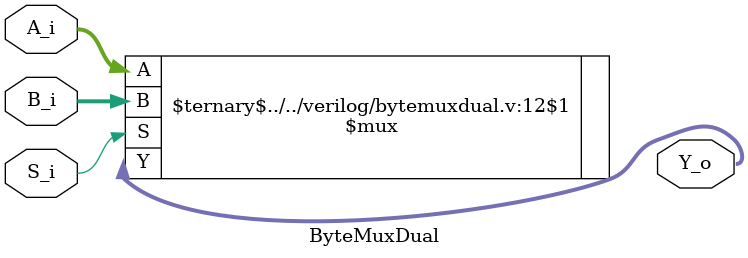
<source format=v>
/* Generated by Yosys 0.3.0+ (git sha1 3b52121) */

(* src = "../../verilog/bytemuxdual.v:1" *)
module ByteMuxDual(A_i, B_i, S_i, Y_o);
  (* intersynth_conntype = "Byte" *)
  (* src = "../../verilog/bytemuxdual.v:3" *)
  input [7:0] A_i;
  (* intersynth_conntype = "Byte" *)
  (* src = "../../verilog/bytemuxdual.v:5" *)
  input [7:0] B_i;
  (* intersynth_conntype = "Bit" *)
  (* src = "../../verilog/bytemuxdual.v:7" *)
  input S_i;
  (* intersynth_conntype = "Byte" *)
  (* src = "../../verilog/bytemuxdual.v:9" *)
  output [7:0] Y_o;
  (* src = "../../verilog/bytemuxdual.v:12" *)
  \$mux  #(
    .WIDTH(32'b00000000000000000000000000001000)
  ) \$ternary$../../verilog/bytemuxdual.v:12$1  (
    .A(A_i),
    .B(B_i),
    .S(S_i),
    .Y(Y_o)
  );
endmodule

</source>
